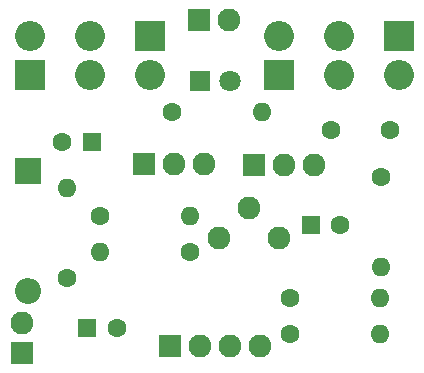
<source format=gbr>
%TF.GenerationSoftware,KiCad,Pcbnew,6.0.0+dfsg1-2*%
%TF.CreationDate,2022-01-11T21:34:30+02:00*%
%TF.ProjectId,sesenta-y-nueve,73657365-6e74-4612-9d79-2d6e75657665,rev?*%
%TF.SameCoordinates,Original*%
%TF.FileFunction,Soldermask,Bot*%
%TF.FilePolarity,Negative*%
%FSLAX46Y46*%
G04 Gerber Fmt 4.6, Leading zero omitted, Abs format (unit mm)*
G04 Created by KiCad (PCBNEW 6.0.0+dfsg1-2) date 2022-01-11 21:34:30*
%MOMM*%
%LPD*%
G01*
G04 APERTURE LIST*
%ADD10R,2.540000X2.540000*%
%ADD11O,2.540000X2.540000*%
%ADD12R,1.930400X1.930400*%
%ADD13O,1.930400X1.930400*%
%ADD14C,1.600000*%
%ADD15O,1.600000X1.600000*%
%ADD16R,2.200000X2.200000*%
%ADD17O,2.200000X2.200000*%
%ADD18R,1.600000X1.600000*%
%ADD19R,1.800000X1.800000*%
%ADD20C,1.800000*%
G04 APERTURE END LIST*
D10*
%TO.C,RV5*%
X155150000Y-86960000D03*
D11*
X150070000Y-86960000D03*
X144990000Y-86960000D03*
%TD*%
D12*
%TO.C,J2*%
X123200000Y-113770000D03*
D13*
X123200000Y-111230000D03*
%TD*%
D14*
%TO.C,R4*%
X129850000Y-102225000D03*
D15*
X137470000Y-102225000D03*
%TD*%
D10*
%TO.C,RV2*%
X134100000Y-86960000D03*
D11*
X129020000Y-86960000D03*
X123940000Y-86960000D03*
%TD*%
D12*
%TO.C,J1*%
X135790000Y-113200000D03*
D13*
X138330000Y-113200000D03*
X140870000Y-113200000D03*
X143410000Y-113200000D03*
%TD*%
D10*
%TO.C,RV1*%
X144990000Y-90230000D03*
D11*
X150070000Y-90230000D03*
X155150000Y-90230000D03*
%TD*%
D12*
%TO.C,J3*%
X138270000Y-85630000D03*
D13*
X140810000Y-85630000D03*
%TD*%
D14*
%TO.C,R7*%
X145925000Y-112200000D03*
D15*
X153545000Y-112200000D03*
%TD*%
D16*
%TO.C,D1*%
X123710000Y-98350000D03*
D17*
X123710000Y-108510000D03*
%TD*%
D14*
%TO.C,R5*%
X153625000Y-98900000D03*
D15*
X153625000Y-106520000D03*
%TD*%
D14*
%TO.C,R2*%
X137475000Y-105275000D03*
D15*
X129855000Y-105275000D03*
%TD*%
D18*
%TO.C,C3*%
X129150000Y-95900000D03*
D14*
X126650000Y-95900000D03*
%TD*%
D10*
%TO.C,RV4*%
X123940000Y-90230000D03*
D11*
X129020000Y-90230000D03*
X134100000Y-90230000D03*
%TD*%
D13*
%TO.C,RV3*%
X139885000Y-104075000D03*
X142425000Y-101535000D03*
X144965000Y-104075000D03*
%TD*%
D18*
%TO.C,C1*%
X147700000Y-102950000D03*
D14*
X150200000Y-102950000D03*
%TD*%
D18*
%TO.C,C2*%
X128775000Y-111675000D03*
D14*
X131275000Y-111675000D03*
%TD*%
%TO.C,R1*%
X145925000Y-109150000D03*
D15*
X153545000Y-109150000D03*
%TD*%
D14*
%TO.C,R3*%
X127075000Y-107450000D03*
D15*
X127075000Y-99830000D03*
%TD*%
D12*
%TO.C,Q1*%
X142860000Y-97900000D03*
D13*
X145400000Y-97900000D03*
X147940000Y-97900000D03*
%TD*%
D14*
%TO.C,C4*%
X149425000Y-94875000D03*
X154425000Y-94875000D03*
%TD*%
%TO.C,R6*%
X135910000Y-93380000D03*
D15*
X143530000Y-93380000D03*
%TD*%
D12*
%TO.C,Q2*%
X133585000Y-97800000D03*
D13*
X136125000Y-97800000D03*
X138665000Y-97800000D03*
%TD*%
D19*
%TO.C,D2*%
X138290000Y-90790000D03*
D20*
X140830000Y-90790000D03*
%TD*%
M02*

</source>
